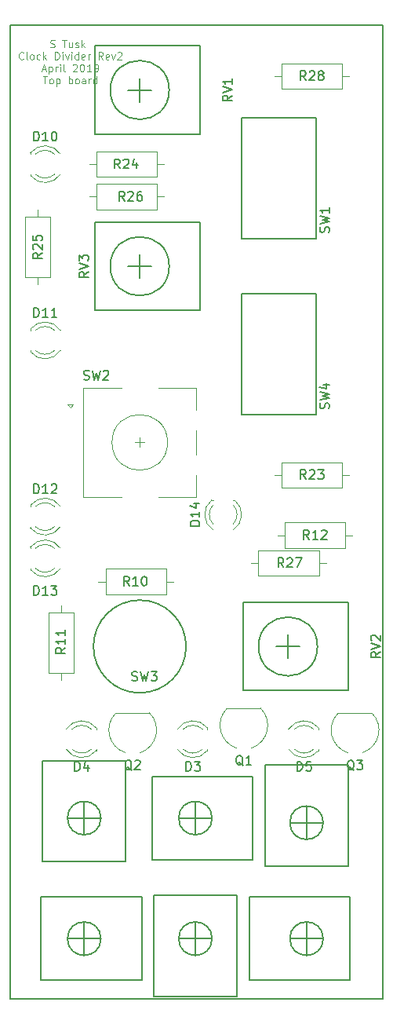
<source format=gbr>
%TF.GenerationSoftware,KiCad,Pcbnew,(5.0.1)-3*%
%TF.CreationDate,2019-04-27T14:05:43+01:00*%
%TF.ProjectId,Fractional clock divider top board,4672616374696F6E616C20636C6F636B,rev?*%
%TF.SameCoordinates,Original*%
%TF.FileFunction,Legend,Top*%
%TF.FilePolarity,Positive*%
%FSLAX46Y46*%
G04 Gerber Fmt 4.6, Leading zero omitted, Abs format (unit mm)*
G04 Created by KiCad (PCBNEW (5.0.1)-3) date 27/04/2019 14:05:43*
%MOMM*%
%LPD*%
G01*
G04 APERTURE LIST*
%ADD10C,0.100000*%
%ADD11C,0.150000*%
%ADD12C,0.120000*%
G04 APERTURE END LIST*
D10*
X19347619Y-17373809D02*
X19461904Y-17411904D01*
X19652380Y-17411904D01*
X19728571Y-17373809D01*
X19766666Y-17335714D01*
X19804761Y-17259523D01*
X19804761Y-17183333D01*
X19766666Y-17107142D01*
X19728571Y-17069047D01*
X19652380Y-17030952D01*
X19500000Y-16992857D01*
X19423809Y-16954761D01*
X19385714Y-16916666D01*
X19347619Y-16840476D01*
X19347619Y-16764285D01*
X19385714Y-16688095D01*
X19423809Y-16650000D01*
X19500000Y-16611904D01*
X19690476Y-16611904D01*
X19804761Y-16650000D01*
X20642857Y-16611904D02*
X21100000Y-16611904D01*
X20871428Y-17411904D02*
X20871428Y-16611904D01*
X21709523Y-16878571D02*
X21709523Y-17411904D01*
X21366666Y-16878571D02*
X21366666Y-17297619D01*
X21404761Y-17373809D01*
X21480952Y-17411904D01*
X21595238Y-17411904D01*
X21671428Y-17373809D01*
X21709523Y-17335714D01*
X22052380Y-17373809D02*
X22128571Y-17411904D01*
X22280952Y-17411904D01*
X22357142Y-17373809D01*
X22395238Y-17297619D01*
X22395238Y-17259523D01*
X22357142Y-17183333D01*
X22280952Y-17145238D01*
X22166666Y-17145238D01*
X22090476Y-17107142D01*
X22052380Y-17030952D01*
X22052380Y-16992857D01*
X22090476Y-16916666D01*
X22166666Y-16878571D01*
X22280952Y-16878571D01*
X22357142Y-16916666D01*
X22738095Y-17411904D02*
X22738095Y-16611904D01*
X22814285Y-17107142D02*
X23042857Y-17411904D01*
X23042857Y-16878571D02*
X22738095Y-17183333D01*
X16433333Y-18635714D02*
X16395238Y-18673809D01*
X16280952Y-18711904D01*
X16204761Y-18711904D01*
X16090476Y-18673809D01*
X16014285Y-18597619D01*
X15976190Y-18521428D01*
X15938095Y-18369047D01*
X15938095Y-18254761D01*
X15976190Y-18102380D01*
X16014285Y-18026190D01*
X16090476Y-17950000D01*
X16204761Y-17911904D01*
X16280952Y-17911904D01*
X16395238Y-17950000D01*
X16433333Y-17988095D01*
X16890476Y-18711904D02*
X16814285Y-18673809D01*
X16776190Y-18597619D01*
X16776190Y-17911904D01*
X17309523Y-18711904D02*
X17233333Y-18673809D01*
X17195238Y-18635714D01*
X17157142Y-18559523D01*
X17157142Y-18330952D01*
X17195238Y-18254761D01*
X17233333Y-18216666D01*
X17309523Y-18178571D01*
X17423809Y-18178571D01*
X17499999Y-18216666D01*
X17538095Y-18254761D01*
X17576190Y-18330952D01*
X17576190Y-18559523D01*
X17538095Y-18635714D01*
X17499999Y-18673809D01*
X17423809Y-18711904D01*
X17309523Y-18711904D01*
X18261904Y-18673809D02*
X18185714Y-18711904D01*
X18033333Y-18711904D01*
X17957142Y-18673809D01*
X17919047Y-18635714D01*
X17880952Y-18559523D01*
X17880952Y-18330952D01*
X17919047Y-18254761D01*
X17957142Y-18216666D01*
X18033333Y-18178571D01*
X18185714Y-18178571D01*
X18261904Y-18216666D01*
X18604761Y-18711904D02*
X18604761Y-17911904D01*
X18680952Y-18407142D02*
X18909523Y-18711904D01*
X18909523Y-18178571D02*
X18604761Y-18483333D01*
X19861904Y-18711904D02*
X19861904Y-17911904D01*
X20052380Y-17911904D01*
X20166666Y-17950000D01*
X20242857Y-18026190D01*
X20280952Y-18102380D01*
X20319047Y-18254761D01*
X20319047Y-18369047D01*
X20280952Y-18521428D01*
X20242857Y-18597619D01*
X20166666Y-18673809D01*
X20052380Y-18711904D01*
X19861904Y-18711904D01*
X20661904Y-18711904D02*
X20661904Y-18178571D01*
X20661904Y-17911904D02*
X20623809Y-17950000D01*
X20661904Y-17988095D01*
X20699999Y-17950000D01*
X20661904Y-17911904D01*
X20661904Y-17988095D01*
X20966666Y-18178571D02*
X21157142Y-18711904D01*
X21347619Y-18178571D01*
X21652380Y-18711904D02*
X21652380Y-18178571D01*
X21652380Y-17911904D02*
X21614285Y-17950000D01*
X21652380Y-17988095D01*
X21690476Y-17950000D01*
X21652380Y-17911904D01*
X21652380Y-17988095D01*
X22376190Y-18711904D02*
X22376190Y-17911904D01*
X22376190Y-18673809D02*
X22299999Y-18711904D01*
X22147619Y-18711904D01*
X22071428Y-18673809D01*
X22033333Y-18635714D01*
X21995238Y-18559523D01*
X21995238Y-18330952D01*
X22033333Y-18254761D01*
X22071428Y-18216666D01*
X22147619Y-18178571D01*
X22299999Y-18178571D01*
X22376190Y-18216666D01*
X23061904Y-18673809D02*
X22985714Y-18711904D01*
X22833333Y-18711904D01*
X22757142Y-18673809D01*
X22719047Y-18597619D01*
X22719047Y-18292857D01*
X22757142Y-18216666D01*
X22833333Y-18178571D01*
X22985714Y-18178571D01*
X23061904Y-18216666D01*
X23099999Y-18292857D01*
X23099999Y-18369047D01*
X22719047Y-18445238D01*
X23442857Y-18711904D02*
X23442857Y-18178571D01*
X23442857Y-18330952D02*
X23480952Y-18254761D01*
X23519047Y-18216666D01*
X23595238Y-18178571D01*
X23671428Y-18178571D01*
X25004761Y-18711904D02*
X24738095Y-18330952D01*
X24547619Y-18711904D02*
X24547619Y-17911904D01*
X24852380Y-17911904D01*
X24928571Y-17950000D01*
X24966666Y-17988095D01*
X25004761Y-18064285D01*
X25004761Y-18178571D01*
X24966666Y-18254761D01*
X24928571Y-18292857D01*
X24852380Y-18330952D01*
X24547619Y-18330952D01*
X25652380Y-18673809D02*
X25576190Y-18711904D01*
X25423809Y-18711904D01*
X25347619Y-18673809D01*
X25309523Y-18597619D01*
X25309523Y-18292857D01*
X25347619Y-18216666D01*
X25423809Y-18178571D01*
X25576190Y-18178571D01*
X25652380Y-18216666D01*
X25690476Y-18292857D01*
X25690476Y-18369047D01*
X25309523Y-18445238D01*
X25957142Y-18178571D02*
X26147619Y-18711904D01*
X26338095Y-18178571D01*
X26604761Y-17988095D02*
X26642857Y-17950000D01*
X26719047Y-17911904D01*
X26909523Y-17911904D01*
X26985714Y-17950000D01*
X27023809Y-17988095D01*
X27061904Y-18064285D01*
X27061904Y-18140476D01*
X27023809Y-18254761D01*
X26566666Y-18711904D01*
X27061904Y-18711904D01*
X18471428Y-19783333D02*
X18852380Y-19783333D01*
X18395238Y-20011904D02*
X18661904Y-19211904D01*
X18928571Y-20011904D01*
X19195238Y-19478571D02*
X19195238Y-20278571D01*
X19195238Y-19516666D02*
X19271428Y-19478571D01*
X19423809Y-19478571D01*
X19500000Y-19516666D01*
X19538095Y-19554761D01*
X19576190Y-19630952D01*
X19576190Y-19859523D01*
X19538095Y-19935714D01*
X19500000Y-19973809D01*
X19423809Y-20011904D01*
X19271428Y-20011904D01*
X19195238Y-19973809D01*
X19919047Y-20011904D02*
X19919047Y-19478571D01*
X19919047Y-19630952D02*
X19957142Y-19554761D01*
X19995238Y-19516666D01*
X20071428Y-19478571D01*
X20147619Y-19478571D01*
X20414285Y-20011904D02*
X20414285Y-19478571D01*
X20414285Y-19211904D02*
X20376190Y-19250000D01*
X20414285Y-19288095D01*
X20452380Y-19250000D01*
X20414285Y-19211904D01*
X20414285Y-19288095D01*
X20909523Y-20011904D02*
X20833333Y-19973809D01*
X20795238Y-19897619D01*
X20795238Y-19211904D01*
X21785714Y-19288095D02*
X21823809Y-19250000D01*
X21900000Y-19211904D01*
X22090476Y-19211904D01*
X22166666Y-19250000D01*
X22204761Y-19288095D01*
X22242857Y-19364285D01*
X22242857Y-19440476D01*
X22204761Y-19554761D01*
X21747619Y-20011904D01*
X22242857Y-20011904D01*
X22738095Y-19211904D02*
X22814285Y-19211904D01*
X22890476Y-19250000D01*
X22928571Y-19288095D01*
X22966666Y-19364285D01*
X23004761Y-19516666D01*
X23004761Y-19707142D01*
X22966666Y-19859523D01*
X22928571Y-19935714D01*
X22890476Y-19973809D01*
X22814285Y-20011904D01*
X22738095Y-20011904D01*
X22661904Y-19973809D01*
X22623809Y-19935714D01*
X22585714Y-19859523D01*
X22547619Y-19707142D01*
X22547619Y-19516666D01*
X22585714Y-19364285D01*
X22623809Y-19288095D01*
X22661904Y-19250000D01*
X22738095Y-19211904D01*
X23766666Y-20011904D02*
X23309523Y-20011904D01*
X23538095Y-20011904D02*
X23538095Y-19211904D01*
X23461904Y-19326190D01*
X23385714Y-19402380D01*
X23309523Y-19440476D01*
X24147619Y-20011904D02*
X24300000Y-20011904D01*
X24376190Y-19973809D01*
X24414285Y-19935714D01*
X24490476Y-19821428D01*
X24528571Y-19669047D01*
X24528571Y-19364285D01*
X24490476Y-19288095D01*
X24452380Y-19250000D01*
X24376190Y-19211904D01*
X24223809Y-19211904D01*
X24147619Y-19250000D01*
X24109523Y-19288095D01*
X24071428Y-19364285D01*
X24071428Y-19554761D01*
X24109523Y-19630952D01*
X24147619Y-19669047D01*
X24223809Y-19707142D01*
X24376190Y-19707142D01*
X24452380Y-19669047D01*
X24490476Y-19630952D01*
X24528571Y-19554761D01*
X18547619Y-20511904D02*
X19004761Y-20511904D01*
X18776190Y-21311904D02*
X18776190Y-20511904D01*
X19385714Y-21311904D02*
X19309523Y-21273809D01*
X19271428Y-21235714D01*
X19233333Y-21159523D01*
X19233333Y-20930952D01*
X19271428Y-20854761D01*
X19309523Y-20816666D01*
X19385714Y-20778571D01*
X19500000Y-20778571D01*
X19576190Y-20816666D01*
X19614285Y-20854761D01*
X19652380Y-20930952D01*
X19652380Y-21159523D01*
X19614285Y-21235714D01*
X19576190Y-21273809D01*
X19500000Y-21311904D01*
X19385714Y-21311904D01*
X19995238Y-20778571D02*
X19995238Y-21578571D01*
X19995238Y-20816666D02*
X20071428Y-20778571D01*
X20223809Y-20778571D01*
X20300000Y-20816666D01*
X20338095Y-20854761D01*
X20376190Y-20930952D01*
X20376190Y-21159523D01*
X20338095Y-21235714D01*
X20300000Y-21273809D01*
X20223809Y-21311904D01*
X20071428Y-21311904D01*
X19995238Y-21273809D01*
X21328571Y-21311904D02*
X21328571Y-20511904D01*
X21328571Y-20816666D02*
X21404761Y-20778571D01*
X21557142Y-20778571D01*
X21633333Y-20816666D01*
X21671428Y-20854761D01*
X21709523Y-20930952D01*
X21709523Y-21159523D01*
X21671428Y-21235714D01*
X21633333Y-21273809D01*
X21557142Y-21311904D01*
X21404761Y-21311904D01*
X21328571Y-21273809D01*
X22166666Y-21311904D02*
X22090476Y-21273809D01*
X22052380Y-21235714D01*
X22014285Y-21159523D01*
X22014285Y-20930952D01*
X22052380Y-20854761D01*
X22090476Y-20816666D01*
X22166666Y-20778571D01*
X22280952Y-20778571D01*
X22357142Y-20816666D01*
X22395238Y-20854761D01*
X22433333Y-20930952D01*
X22433333Y-21159523D01*
X22395238Y-21235714D01*
X22357142Y-21273809D01*
X22280952Y-21311904D01*
X22166666Y-21311904D01*
X23119047Y-21311904D02*
X23119047Y-20892857D01*
X23080952Y-20816666D01*
X23004761Y-20778571D01*
X22852380Y-20778571D01*
X22776190Y-20816666D01*
X23119047Y-21273809D02*
X23042857Y-21311904D01*
X22852380Y-21311904D01*
X22776190Y-21273809D01*
X22738095Y-21197619D01*
X22738095Y-21121428D01*
X22776190Y-21045238D01*
X22852380Y-21007142D01*
X23042857Y-21007142D01*
X23119047Y-20969047D01*
X23500000Y-21311904D02*
X23500000Y-20778571D01*
X23500000Y-20930952D02*
X23538095Y-20854761D01*
X23576190Y-20816666D01*
X23652380Y-20778571D01*
X23728571Y-20778571D01*
X24338095Y-21311904D02*
X24338095Y-20511904D01*
X24338095Y-21273809D02*
X24261904Y-21311904D01*
X24109523Y-21311904D01*
X24033333Y-21273809D01*
X23995238Y-21235714D01*
X23957142Y-21159523D01*
X23957142Y-20930952D01*
X23995238Y-20854761D01*
X24033333Y-20816666D01*
X24109523Y-20778571D01*
X24261904Y-20778571D01*
X24338095Y-20816666D01*
D11*
X55250000Y-15000000D02*
X55250000Y-120000000D01*
X15000000Y-15000000D02*
X55250000Y-15000000D01*
X15000000Y-120000000D02*
X55250000Y-120000000D01*
X15000000Y-15000000D02*
X15000000Y-120000000D01*
X47000000Y-115300000D02*
X47000000Y-111700000D01*
X45200000Y-113500000D02*
X48800000Y-113500000D01*
X48800000Y-113500000D02*
G75*
G03X48800000Y-113500000I-1800000J0D01*
G01*
X40800000Y-109000000D02*
X51700000Y-109000000D01*
X40800000Y-118000000D02*
X51700000Y-118000000D01*
X51700000Y-118000000D02*
X51700000Y-109000000D01*
X40800000Y-118000000D02*
X40800000Y-109000000D01*
X36800000Y-113500000D02*
X33200000Y-113500000D01*
X35000000Y-115300000D02*
X35000000Y-111700000D01*
X36800000Y-113500000D02*
G75*
G03X36800000Y-113500000I-1800000J0D01*
G01*
X30500000Y-119700000D02*
X30500000Y-108800000D01*
X39500000Y-119700000D02*
X39500000Y-108800000D01*
X39500000Y-108800000D02*
X30500000Y-108800000D01*
X39500000Y-119700000D02*
X30500000Y-119700000D01*
X23000000Y-111700000D02*
X23000000Y-115300000D01*
X24800000Y-113500000D02*
X21200000Y-113500000D01*
X24800000Y-113500000D02*
G75*
G03X24800000Y-113500000I-1800000J0D01*
G01*
X29200000Y-118000000D02*
X18300000Y-118000000D01*
X29200000Y-109000000D02*
X18300000Y-109000000D01*
X18300000Y-109000000D02*
X18300000Y-118000000D01*
X29200000Y-109000000D02*
X29200000Y-118000000D01*
X45200000Y-101000000D02*
X48800000Y-101000000D01*
X47000000Y-99200000D02*
X47000000Y-102800000D01*
X48800000Y-101000000D02*
G75*
G03X48800000Y-101000000I-1800000J0D01*
G01*
X51500000Y-94800000D02*
X51500000Y-105700000D01*
X42500000Y-94800000D02*
X42500000Y-105700000D01*
X42500000Y-105700000D02*
X51500000Y-105700000D01*
X42500000Y-94800000D02*
X51500000Y-94800000D01*
X35000000Y-98700000D02*
X35000000Y-102300000D01*
X36800000Y-100500000D02*
X33200000Y-100500000D01*
X36800000Y-100500000D02*
G75*
G03X36800000Y-100500000I-1800000J0D01*
G01*
X41200000Y-105000000D02*
X30300000Y-105000000D01*
X41200000Y-96000000D02*
X30300000Y-96000000D01*
X30300000Y-96000000D02*
X30300000Y-105000000D01*
X41200000Y-96000000D02*
X41200000Y-105000000D01*
X21200000Y-100500000D02*
X24800000Y-100500000D01*
X23000000Y-98700000D02*
X23000000Y-102300000D01*
X24800000Y-100500000D02*
G75*
G03X24800000Y-100500000I-1800000J0D01*
G01*
X27500000Y-94300000D02*
X27500000Y-105200000D01*
X18500000Y-94300000D02*
X18500000Y-105200000D01*
X18500000Y-105200000D02*
X27500000Y-105200000D01*
X18500000Y-94300000D02*
X27500000Y-94300000D01*
D12*
X50421555Y-89172316D02*
G75*
G03X51450000Y-93450000I1808445J-1827684D01*
G01*
X54041453Y-89157844D02*
G75*
G02X53050000Y-93450000I-1811453J-1842156D01*
G01*
X54030000Y-89150000D02*
X50430000Y-89150000D01*
X38421555Y-88672316D02*
G75*
G03X39450000Y-92950000I1808445J-1827684D01*
G01*
X42041453Y-88657844D02*
G75*
G02X41050000Y-92950000I-1811453J-1842156D01*
G01*
X42030000Y-88650000D02*
X38430000Y-88650000D01*
X26421555Y-89172316D02*
G75*
G03X27450000Y-93450000I1808445J-1827684D01*
G01*
X30041453Y-89157844D02*
G75*
G02X29050000Y-93450000I-1811453J-1842156D01*
G01*
X30030000Y-89150000D02*
X26430000Y-89150000D01*
D11*
X24150000Y-26750000D02*
X24150000Y-17250000D01*
X35500000Y-26750000D02*
X35500000Y-17250000D01*
X24150000Y-17250000D02*
X35500000Y-17250000D01*
X24150000Y-26750000D02*
X35500000Y-26750000D01*
X32175000Y-22000000D02*
G75*
G03X32175000Y-22000000I-3175000J0D01*
G01*
X27730000Y-22000000D02*
X30270000Y-22000000D01*
X29000000Y-23270000D02*
X29000000Y-20730000D01*
X40150000Y-86750000D02*
X40150000Y-77250000D01*
X51500000Y-86750000D02*
X51500000Y-77250000D01*
X40150000Y-77250000D02*
X51500000Y-77250000D01*
X40150000Y-86750000D02*
X51500000Y-86750000D01*
X48175000Y-82000000D02*
G75*
G03X48175000Y-82000000I-3175000J0D01*
G01*
X43730000Y-82000000D02*
X46270000Y-82000000D01*
X45000000Y-83270000D02*
X45000000Y-80730000D01*
X24150000Y-45750000D02*
X24150000Y-36250000D01*
X35500000Y-45750000D02*
X35500000Y-36250000D01*
X24150000Y-36250000D02*
X35500000Y-36250000D01*
X24150000Y-45750000D02*
X35500000Y-45750000D01*
X32175000Y-41000000D02*
G75*
G03X32175000Y-41000000I-3175000J0D01*
G01*
X27730000Y-41000000D02*
X30270000Y-41000000D01*
X29000000Y-42270000D02*
X29000000Y-39730000D01*
D12*
X41810000Y-71630000D02*
X41810000Y-74370000D01*
X41810000Y-74370000D02*
X48350000Y-74370000D01*
X48350000Y-74370000D02*
X48350000Y-71630000D01*
X48350000Y-71630000D02*
X41810000Y-71630000D01*
X41040000Y-73000000D02*
X41810000Y-73000000D01*
X49120000Y-73000000D02*
X48350000Y-73000000D01*
X36290000Y-90920000D02*
X36290000Y-90764000D01*
X36290000Y-93236000D02*
X36290000Y-93080000D01*
X33688870Y-90920163D02*
G75*
G02X35770961Y-90920000I1041130J-1079837D01*
G01*
X33688870Y-93079837D02*
G75*
G03X35770961Y-93080000I1041130J1079837D01*
G01*
X33057665Y-90921392D02*
G75*
G02X36290000Y-90764484I1672335J-1078608D01*
G01*
X33057665Y-93078608D02*
G75*
G03X36290000Y-93235516I1672335J1078608D01*
G01*
X21057665Y-93078608D02*
G75*
G03X24290000Y-93235516I1672335J1078608D01*
G01*
X21057665Y-90921392D02*
G75*
G02X24290000Y-90764484I1672335J-1078608D01*
G01*
X21688870Y-93079837D02*
G75*
G03X23770961Y-93080000I1041130J1079837D01*
G01*
X21688870Y-90920163D02*
G75*
G02X23770961Y-90920000I1041130J-1079837D01*
G01*
X24290000Y-93236000D02*
X24290000Y-93080000D01*
X24290000Y-90920000D02*
X24290000Y-90764000D01*
X48290000Y-90920000D02*
X48290000Y-90764000D01*
X48290000Y-93236000D02*
X48290000Y-93080000D01*
X45688870Y-90920163D02*
G75*
G02X47770961Y-90920000I1041130J-1079837D01*
G01*
X45688870Y-93079837D02*
G75*
G03X47770961Y-93080000I1041130J1079837D01*
G01*
X45057665Y-90921392D02*
G75*
G02X48290000Y-90764484I1672335J-1078608D01*
G01*
X45057665Y-93078608D02*
G75*
G03X48290000Y-93235516I1672335J1078608D01*
G01*
X20442335Y-28921392D02*
G75*
G03X17210000Y-28764484I-1672335J-1078608D01*
G01*
X20442335Y-31078608D02*
G75*
G02X17210000Y-31235516I-1672335J1078608D01*
G01*
X19811130Y-28920163D02*
G75*
G03X17729039Y-28920000I-1041130J-1079837D01*
G01*
X19811130Y-31079837D02*
G75*
G02X17729039Y-31080000I-1041130J1079837D01*
G01*
X17210000Y-28764000D02*
X17210000Y-28920000D01*
X17210000Y-31080000D02*
X17210000Y-31236000D01*
X17210000Y-50080000D02*
X17210000Y-50236000D01*
X17210000Y-47764000D02*
X17210000Y-47920000D01*
X19811130Y-50079837D02*
G75*
G02X17729039Y-50080000I-1041130J1079837D01*
G01*
X19811130Y-47920163D02*
G75*
G03X17729039Y-47920000I-1041130J-1079837D01*
G01*
X20442335Y-50078608D02*
G75*
G02X17210000Y-50235516I-1672335J1078608D01*
G01*
X20442335Y-47921392D02*
G75*
G03X17210000Y-47764484I-1672335J-1078608D01*
G01*
X20442335Y-66921392D02*
G75*
G03X17210000Y-66764484I-1672335J-1078608D01*
G01*
X20442335Y-69078608D02*
G75*
G02X17210000Y-69235516I-1672335J1078608D01*
G01*
X19811130Y-66920163D02*
G75*
G03X17729039Y-66920000I-1041130J-1079837D01*
G01*
X19811130Y-69079837D02*
G75*
G02X17729039Y-69080000I-1041130J1079837D01*
G01*
X17210000Y-66764000D02*
X17210000Y-66920000D01*
X17210000Y-69080000D02*
X17210000Y-69236000D01*
X20442335Y-71421392D02*
G75*
G03X17210000Y-71264484I-1672335J-1078608D01*
G01*
X20442335Y-73578608D02*
G75*
G02X17210000Y-73735516I-1672335J1078608D01*
G01*
X19811130Y-71420163D02*
G75*
G03X17729039Y-71420000I-1041130J-1079837D01*
G01*
X19811130Y-73579837D02*
G75*
G02X17729039Y-73580000I-1041130J1079837D01*
G01*
X17210000Y-71264000D02*
X17210000Y-71420000D01*
X17210000Y-73580000D02*
X17210000Y-73736000D01*
X36920000Y-66210000D02*
X36764000Y-66210000D01*
X39236000Y-66210000D02*
X39080000Y-66210000D01*
X36920163Y-68811130D02*
G75*
G02X36920000Y-66729039I1079837J1041130D01*
G01*
X39079837Y-68811130D02*
G75*
G03X39080000Y-66729039I-1079837J1041130D01*
G01*
X36921392Y-69442335D02*
G75*
G02X36764484Y-66210000I1078608J1672335D01*
G01*
X39078608Y-69442335D02*
G75*
G03X39235516Y-66210000I-1078608J1672335D01*
G01*
X32620000Y-75000000D02*
X31850000Y-75000000D01*
X24540000Y-75000000D02*
X25310000Y-75000000D01*
X31850000Y-73630000D02*
X25310000Y-73630000D01*
X31850000Y-76370000D02*
X31850000Y-73630000D01*
X25310000Y-76370000D02*
X31850000Y-76370000D01*
X25310000Y-73630000D02*
X25310000Y-76370000D01*
X21870000Y-78310000D02*
X19130000Y-78310000D01*
X19130000Y-78310000D02*
X19130000Y-84850000D01*
X19130000Y-84850000D02*
X21870000Y-84850000D01*
X21870000Y-84850000D02*
X21870000Y-78310000D01*
X20500000Y-77540000D02*
X20500000Y-78310000D01*
X20500000Y-85620000D02*
X20500000Y-84850000D01*
X43880000Y-70000000D02*
X44650000Y-70000000D01*
X51960000Y-70000000D02*
X51190000Y-70000000D01*
X44650000Y-71370000D02*
X51190000Y-71370000D01*
X44650000Y-68630000D02*
X44650000Y-71370000D01*
X51190000Y-68630000D02*
X44650000Y-68630000D01*
X51190000Y-71370000D02*
X51190000Y-68630000D01*
X51620000Y-63500000D02*
X50850000Y-63500000D01*
X43540000Y-63500000D02*
X44310000Y-63500000D01*
X50850000Y-62130000D02*
X44310000Y-62130000D01*
X50850000Y-64870000D02*
X50850000Y-62130000D01*
X44310000Y-64870000D02*
X50850000Y-64870000D01*
X44310000Y-62130000D02*
X44310000Y-64870000D01*
X31620000Y-30000000D02*
X30850000Y-30000000D01*
X23540000Y-30000000D02*
X24310000Y-30000000D01*
X30850000Y-28630000D02*
X24310000Y-28630000D01*
X30850000Y-31370000D02*
X30850000Y-28630000D01*
X24310000Y-31370000D02*
X30850000Y-31370000D01*
X24310000Y-28630000D02*
X24310000Y-31370000D01*
X16630000Y-42190000D02*
X19370000Y-42190000D01*
X19370000Y-42190000D02*
X19370000Y-35650000D01*
X19370000Y-35650000D02*
X16630000Y-35650000D01*
X16630000Y-35650000D02*
X16630000Y-42190000D01*
X18000000Y-42960000D02*
X18000000Y-42190000D01*
X18000000Y-34880000D02*
X18000000Y-35650000D01*
X31620000Y-33500000D02*
X30850000Y-33500000D01*
X23540000Y-33500000D02*
X24310000Y-33500000D01*
X30850000Y-32130000D02*
X24310000Y-32130000D01*
X30850000Y-34870000D02*
X30850000Y-32130000D01*
X24310000Y-34870000D02*
X30850000Y-34870000D01*
X24310000Y-32130000D02*
X24310000Y-34870000D01*
X44310000Y-19130000D02*
X44310000Y-21870000D01*
X44310000Y-21870000D02*
X50850000Y-21870000D01*
X50850000Y-21870000D02*
X50850000Y-19130000D01*
X50850000Y-19130000D02*
X44310000Y-19130000D01*
X43540000Y-20500000D02*
X44310000Y-20500000D01*
X51620000Y-20500000D02*
X50850000Y-20500000D01*
D11*
X48000000Y-38000000D02*
X40000000Y-38000000D01*
X48000000Y-25000000D02*
X48000000Y-38000000D01*
X40000000Y-25000000D02*
X48000000Y-25000000D01*
X40000000Y-38000000D02*
X40000000Y-25000000D01*
D12*
X32000000Y-60000000D02*
G75*
G03X32000000Y-60000000I-3000000J0D01*
G01*
X31000000Y-54100000D02*
X35100000Y-54100000D01*
X35100000Y-65900000D02*
X31000000Y-65900000D01*
X27000000Y-65900000D02*
X22900000Y-65900000D01*
X27000000Y-54100000D02*
X22900000Y-54100000D01*
X22900000Y-54100000D02*
X22900000Y-65900000D01*
X21500000Y-56200000D02*
X21200000Y-55900000D01*
X21200000Y-55900000D02*
X21800000Y-55900000D01*
X21800000Y-55900000D02*
X21500000Y-56200000D01*
X35100000Y-54100000D02*
X35100000Y-56500000D01*
X35100000Y-58700000D02*
X35100000Y-61300000D01*
X35100000Y-63500000D02*
X35100000Y-65900000D01*
X29000000Y-59500000D02*
X29000000Y-60500000D01*
X28500000Y-60000000D02*
X29500000Y-60000000D01*
D11*
X34000000Y-82000000D02*
G75*
G03X34000000Y-82000000I-5000000J0D01*
G01*
X40000000Y-57000000D02*
X40000000Y-44000000D01*
X40000000Y-44000000D02*
X48000000Y-44000000D01*
X48000000Y-44000000D02*
X48000000Y-57000000D01*
X48000000Y-57000000D02*
X40000000Y-57000000D01*
X52134761Y-95347619D02*
X52039523Y-95300000D01*
X51944285Y-95204761D01*
X51801428Y-95061904D01*
X51706190Y-95014285D01*
X51610952Y-95014285D01*
X51658571Y-95252380D02*
X51563333Y-95204761D01*
X51468095Y-95109523D01*
X51420476Y-94919047D01*
X51420476Y-94585714D01*
X51468095Y-94395238D01*
X51563333Y-94300000D01*
X51658571Y-94252380D01*
X51849047Y-94252380D01*
X51944285Y-94300000D01*
X52039523Y-94395238D01*
X52087142Y-94585714D01*
X52087142Y-94919047D01*
X52039523Y-95109523D01*
X51944285Y-95204761D01*
X51849047Y-95252380D01*
X51658571Y-95252380D01*
X52420476Y-94252380D02*
X53039523Y-94252380D01*
X52706190Y-94633333D01*
X52849047Y-94633333D01*
X52944285Y-94680952D01*
X52991904Y-94728571D01*
X53039523Y-94823809D01*
X53039523Y-95061904D01*
X52991904Y-95157142D01*
X52944285Y-95204761D01*
X52849047Y-95252380D01*
X52563333Y-95252380D01*
X52468095Y-95204761D01*
X52420476Y-95157142D01*
X40134761Y-94847619D02*
X40039523Y-94800000D01*
X39944285Y-94704761D01*
X39801428Y-94561904D01*
X39706190Y-94514285D01*
X39610952Y-94514285D01*
X39658571Y-94752380D02*
X39563333Y-94704761D01*
X39468095Y-94609523D01*
X39420476Y-94419047D01*
X39420476Y-94085714D01*
X39468095Y-93895238D01*
X39563333Y-93800000D01*
X39658571Y-93752380D01*
X39849047Y-93752380D01*
X39944285Y-93800000D01*
X40039523Y-93895238D01*
X40087142Y-94085714D01*
X40087142Y-94419047D01*
X40039523Y-94609523D01*
X39944285Y-94704761D01*
X39849047Y-94752380D01*
X39658571Y-94752380D01*
X41039523Y-94752380D02*
X40468095Y-94752380D01*
X40753809Y-94752380D02*
X40753809Y-93752380D01*
X40658571Y-93895238D01*
X40563333Y-93990476D01*
X40468095Y-94038095D01*
X28134761Y-95347619D02*
X28039523Y-95300000D01*
X27944285Y-95204761D01*
X27801428Y-95061904D01*
X27706190Y-95014285D01*
X27610952Y-95014285D01*
X27658571Y-95252380D02*
X27563333Y-95204761D01*
X27468095Y-95109523D01*
X27420476Y-94919047D01*
X27420476Y-94585714D01*
X27468095Y-94395238D01*
X27563333Y-94300000D01*
X27658571Y-94252380D01*
X27849047Y-94252380D01*
X27944285Y-94300000D01*
X28039523Y-94395238D01*
X28087142Y-94585714D01*
X28087142Y-94919047D01*
X28039523Y-95109523D01*
X27944285Y-95204761D01*
X27849047Y-95252380D01*
X27658571Y-95252380D01*
X28468095Y-94347619D02*
X28515714Y-94300000D01*
X28610952Y-94252380D01*
X28849047Y-94252380D01*
X28944285Y-94300000D01*
X28991904Y-94347619D01*
X29039523Y-94442857D01*
X29039523Y-94538095D01*
X28991904Y-94680952D01*
X28420476Y-95252380D01*
X29039523Y-95252380D01*
X38952380Y-22595238D02*
X38476190Y-22928571D01*
X38952380Y-23166666D02*
X37952380Y-23166666D01*
X37952380Y-22785714D01*
X38000000Y-22690476D01*
X38047619Y-22642857D01*
X38142857Y-22595238D01*
X38285714Y-22595238D01*
X38380952Y-22642857D01*
X38428571Y-22690476D01*
X38476190Y-22785714D01*
X38476190Y-23166666D01*
X37952380Y-22309523D02*
X38952380Y-21976190D01*
X37952380Y-21642857D01*
X38952380Y-20785714D02*
X38952380Y-21357142D01*
X38952380Y-21071428D02*
X37952380Y-21071428D01*
X38095238Y-21166666D01*
X38190476Y-21261904D01*
X38238095Y-21357142D01*
X54952380Y-82595238D02*
X54476190Y-82928571D01*
X54952380Y-83166666D02*
X53952380Y-83166666D01*
X53952380Y-82785714D01*
X54000000Y-82690476D01*
X54047619Y-82642857D01*
X54142857Y-82595238D01*
X54285714Y-82595238D01*
X54380952Y-82642857D01*
X54428571Y-82690476D01*
X54476190Y-82785714D01*
X54476190Y-83166666D01*
X53952380Y-82309523D02*
X54952380Y-81976190D01*
X53952380Y-81642857D01*
X54047619Y-81357142D02*
X54000000Y-81309523D01*
X53952380Y-81214285D01*
X53952380Y-80976190D01*
X54000000Y-80880952D01*
X54047619Y-80833333D01*
X54142857Y-80785714D01*
X54238095Y-80785714D01*
X54380952Y-80833333D01*
X54952380Y-81404761D01*
X54952380Y-80785714D01*
X23452380Y-41595238D02*
X22976190Y-41928571D01*
X23452380Y-42166666D02*
X22452380Y-42166666D01*
X22452380Y-41785714D01*
X22500000Y-41690476D01*
X22547619Y-41642857D01*
X22642857Y-41595238D01*
X22785714Y-41595238D01*
X22880952Y-41642857D01*
X22928571Y-41690476D01*
X22976190Y-41785714D01*
X22976190Y-42166666D01*
X22452380Y-41309523D02*
X23452380Y-40976190D01*
X22452380Y-40642857D01*
X22452380Y-40404761D02*
X22452380Y-39785714D01*
X22833333Y-40119047D01*
X22833333Y-39976190D01*
X22880952Y-39880952D01*
X22928571Y-39833333D01*
X23023809Y-39785714D01*
X23261904Y-39785714D01*
X23357142Y-39833333D01*
X23404761Y-39880952D01*
X23452380Y-39976190D01*
X23452380Y-40261904D01*
X23404761Y-40357142D01*
X23357142Y-40404761D01*
X44517142Y-73452380D02*
X44183809Y-72976190D01*
X43945714Y-73452380D02*
X43945714Y-72452380D01*
X44326666Y-72452380D01*
X44421904Y-72500000D01*
X44469523Y-72547619D01*
X44517142Y-72642857D01*
X44517142Y-72785714D01*
X44469523Y-72880952D01*
X44421904Y-72928571D01*
X44326666Y-72976190D01*
X43945714Y-72976190D01*
X44898095Y-72547619D02*
X44945714Y-72500000D01*
X45040952Y-72452380D01*
X45279047Y-72452380D01*
X45374285Y-72500000D01*
X45421904Y-72547619D01*
X45469523Y-72642857D01*
X45469523Y-72738095D01*
X45421904Y-72880952D01*
X44850476Y-73452380D01*
X45469523Y-73452380D01*
X45802857Y-72452380D02*
X46469523Y-72452380D01*
X46040952Y-73452380D01*
X33991904Y-95412380D02*
X33991904Y-94412380D01*
X34230000Y-94412380D01*
X34372857Y-94460000D01*
X34468095Y-94555238D01*
X34515714Y-94650476D01*
X34563333Y-94840952D01*
X34563333Y-94983809D01*
X34515714Y-95174285D01*
X34468095Y-95269523D01*
X34372857Y-95364761D01*
X34230000Y-95412380D01*
X33991904Y-95412380D01*
X34896666Y-94412380D02*
X35515714Y-94412380D01*
X35182380Y-94793333D01*
X35325238Y-94793333D01*
X35420476Y-94840952D01*
X35468095Y-94888571D01*
X35515714Y-94983809D01*
X35515714Y-95221904D01*
X35468095Y-95317142D01*
X35420476Y-95364761D01*
X35325238Y-95412380D01*
X35039523Y-95412380D01*
X34944285Y-95364761D01*
X34896666Y-95317142D01*
X21991904Y-95412380D02*
X21991904Y-94412380D01*
X22230000Y-94412380D01*
X22372857Y-94460000D01*
X22468095Y-94555238D01*
X22515714Y-94650476D01*
X22563333Y-94840952D01*
X22563333Y-94983809D01*
X22515714Y-95174285D01*
X22468095Y-95269523D01*
X22372857Y-95364761D01*
X22230000Y-95412380D01*
X21991904Y-95412380D01*
X23420476Y-94745714D02*
X23420476Y-95412380D01*
X23182380Y-94364761D02*
X22944285Y-95079047D01*
X23563333Y-95079047D01*
X45991904Y-95412380D02*
X45991904Y-94412380D01*
X46230000Y-94412380D01*
X46372857Y-94460000D01*
X46468095Y-94555238D01*
X46515714Y-94650476D01*
X46563333Y-94840952D01*
X46563333Y-94983809D01*
X46515714Y-95174285D01*
X46468095Y-95269523D01*
X46372857Y-95364761D01*
X46230000Y-95412380D01*
X45991904Y-95412380D01*
X47468095Y-94412380D02*
X46991904Y-94412380D01*
X46944285Y-94888571D01*
X46991904Y-94840952D01*
X47087142Y-94793333D01*
X47325238Y-94793333D01*
X47420476Y-94840952D01*
X47468095Y-94888571D01*
X47515714Y-94983809D01*
X47515714Y-95221904D01*
X47468095Y-95317142D01*
X47420476Y-95364761D01*
X47325238Y-95412380D01*
X47087142Y-95412380D01*
X46991904Y-95364761D01*
X46944285Y-95317142D01*
X17555714Y-27492380D02*
X17555714Y-26492380D01*
X17793809Y-26492380D01*
X17936666Y-26540000D01*
X18031904Y-26635238D01*
X18079523Y-26730476D01*
X18127142Y-26920952D01*
X18127142Y-27063809D01*
X18079523Y-27254285D01*
X18031904Y-27349523D01*
X17936666Y-27444761D01*
X17793809Y-27492380D01*
X17555714Y-27492380D01*
X19079523Y-27492380D02*
X18508095Y-27492380D01*
X18793809Y-27492380D02*
X18793809Y-26492380D01*
X18698571Y-26635238D01*
X18603333Y-26730476D01*
X18508095Y-26778095D01*
X19698571Y-26492380D02*
X19793809Y-26492380D01*
X19889047Y-26540000D01*
X19936666Y-26587619D01*
X19984285Y-26682857D01*
X20031904Y-26873333D01*
X20031904Y-27111428D01*
X19984285Y-27301904D01*
X19936666Y-27397142D01*
X19889047Y-27444761D01*
X19793809Y-27492380D01*
X19698571Y-27492380D01*
X19603333Y-27444761D01*
X19555714Y-27397142D01*
X19508095Y-27301904D01*
X19460476Y-27111428D01*
X19460476Y-26873333D01*
X19508095Y-26682857D01*
X19555714Y-26587619D01*
X19603333Y-26540000D01*
X19698571Y-26492380D01*
X17555714Y-46492380D02*
X17555714Y-45492380D01*
X17793809Y-45492380D01*
X17936666Y-45540000D01*
X18031904Y-45635238D01*
X18079523Y-45730476D01*
X18127142Y-45920952D01*
X18127142Y-46063809D01*
X18079523Y-46254285D01*
X18031904Y-46349523D01*
X17936666Y-46444761D01*
X17793809Y-46492380D01*
X17555714Y-46492380D01*
X19079523Y-46492380D02*
X18508095Y-46492380D01*
X18793809Y-46492380D02*
X18793809Y-45492380D01*
X18698571Y-45635238D01*
X18603333Y-45730476D01*
X18508095Y-45778095D01*
X20031904Y-46492380D02*
X19460476Y-46492380D01*
X19746190Y-46492380D02*
X19746190Y-45492380D01*
X19650952Y-45635238D01*
X19555714Y-45730476D01*
X19460476Y-45778095D01*
X17555714Y-65492380D02*
X17555714Y-64492380D01*
X17793809Y-64492380D01*
X17936666Y-64540000D01*
X18031904Y-64635238D01*
X18079523Y-64730476D01*
X18127142Y-64920952D01*
X18127142Y-65063809D01*
X18079523Y-65254285D01*
X18031904Y-65349523D01*
X17936666Y-65444761D01*
X17793809Y-65492380D01*
X17555714Y-65492380D01*
X19079523Y-65492380D02*
X18508095Y-65492380D01*
X18793809Y-65492380D02*
X18793809Y-64492380D01*
X18698571Y-64635238D01*
X18603333Y-64730476D01*
X18508095Y-64778095D01*
X19460476Y-64587619D02*
X19508095Y-64540000D01*
X19603333Y-64492380D01*
X19841428Y-64492380D01*
X19936666Y-64540000D01*
X19984285Y-64587619D01*
X20031904Y-64682857D01*
X20031904Y-64778095D01*
X19984285Y-64920952D01*
X19412857Y-65492380D01*
X20031904Y-65492380D01*
X17555714Y-76452380D02*
X17555714Y-75452380D01*
X17793809Y-75452380D01*
X17936666Y-75500000D01*
X18031904Y-75595238D01*
X18079523Y-75690476D01*
X18127142Y-75880952D01*
X18127142Y-76023809D01*
X18079523Y-76214285D01*
X18031904Y-76309523D01*
X17936666Y-76404761D01*
X17793809Y-76452380D01*
X17555714Y-76452380D01*
X19079523Y-76452380D02*
X18508095Y-76452380D01*
X18793809Y-76452380D02*
X18793809Y-75452380D01*
X18698571Y-75595238D01*
X18603333Y-75690476D01*
X18508095Y-75738095D01*
X19412857Y-75452380D02*
X20031904Y-75452380D01*
X19698571Y-75833333D01*
X19841428Y-75833333D01*
X19936666Y-75880952D01*
X19984285Y-75928571D01*
X20031904Y-76023809D01*
X20031904Y-76261904D01*
X19984285Y-76357142D01*
X19936666Y-76404761D01*
X19841428Y-76452380D01*
X19555714Y-76452380D01*
X19460476Y-76404761D01*
X19412857Y-76357142D01*
X35452380Y-68984285D02*
X34452380Y-68984285D01*
X34452380Y-68746190D01*
X34500000Y-68603333D01*
X34595238Y-68508095D01*
X34690476Y-68460476D01*
X34880952Y-68412857D01*
X35023809Y-68412857D01*
X35214285Y-68460476D01*
X35309523Y-68508095D01*
X35404761Y-68603333D01*
X35452380Y-68746190D01*
X35452380Y-68984285D01*
X35452380Y-67460476D02*
X35452380Y-68031904D01*
X35452380Y-67746190D02*
X34452380Y-67746190D01*
X34595238Y-67841428D01*
X34690476Y-67936666D01*
X34738095Y-68031904D01*
X34785714Y-66603333D02*
X35452380Y-66603333D01*
X34404761Y-66841428D02*
X35119047Y-67079523D01*
X35119047Y-66460476D01*
X27857142Y-75452380D02*
X27523809Y-74976190D01*
X27285714Y-75452380D02*
X27285714Y-74452380D01*
X27666666Y-74452380D01*
X27761904Y-74500000D01*
X27809523Y-74547619D01*
X27857142Y-74642857D01*
X27857142Y-74785714D01*
X27809523Y-74880952D01*
X27761904Y-74928571D01*
X27666666Y-74976190D01*
X27285714Y-74976190D01*
X28809523Y-75452380D02*
X28238095Y-75452380D01*
X28523809Y-75452380D02*
X28523809Y-74452380D01*
X28428571Y-74595238D01*
X28333333Y-74690476D01*
X28238095Y-74738095D01*
X29428571Y-74452380D02*
X29523809Y-74452380D01*
X29619047Y-74500000D01*
X29666666Y-74547619D01*
X29714285Y-74642857D01*
X29761904Y-74833333D01*
X29761904Y-75071428D01*
X29714285Y-75261904D01*
X29666666Y-75357142D01*
X29619047Y-75404761D01*
X29523809Y-75452380D01*
X29428571Y-75452380D01*
X29333333Y-75404761D01*
X29285714Y-75357142D01*
X29238095Y-75261904D01*
X29190476Y-75071428D01*
X29190476Y-74833333D01*
X29238095Y-74642857D01*
X29285714Y-74547619D01*
X29333333Y-74500000D01*
X29428571Y-74452380D01*
X20952380Y-82142857D02*
X20476190Y-82476190D01*
X20952380Y-82714285D02*
X19952380Y-82714285D01*
X19952380Y-82333333D01*
X20000000Y-82238095D01*
X20047619Y-82190476D01*
X20142857Y-82142857D01*
X20285714Y-82142857D01*
X20380952Y-82190476D01*
X20428571Y-82238095D01*
X20476190Y-82333333D01*
X20476190Y-82714285D01*
X20952380Y-81190476D02*
X20952380Y-81761904D01*
X20952380Y-81476190D02*
X19952380Y-81476190D01*
X20095238Y-81571428D01*
X20190476Y-81666666D01*
X20238095Y-81761904D01*
X20952380Y-80238095D02*
X20952380Y-80809523D01*
X20952380Y-80523809D02*
X19952380Y-80523809D01*
X20095238Y-80619047D01*
X20190476Y-80714285D01*
X20238095Y-80809523D01*
X47277142Y-70452380D02*
X46943809Y-69976190D01*
X46705714Y-70452380D02*
X46705714Y-69452380D01*
X47086666Y-69452380D01*
X47181904Y-69500000D01*
X47229523Y-69547619D01*
X47277142Y-69642857D01*
X47277142Y-69785714D01*
X47229523Y-69880952D01*
X47181904Y-69928571D01*
X47086666Y-69976190D01*
X46705714Y-69976190D01*
X48229523Y-70452380D02*
X47658095Y-70452380D01*
X47943809Y-70452380D02*
X47943809Y-69452380D01*
X47848571Y-69595238D01*
X47753333Y-69690476D01*
X47658095Y-69738095D01*
X48610476Y-69547619D02*
X48658095Y-69500000D01*
X48753333Y-69452380D01*
X48991428Y-69452380D01*
X49086666Y-69500000D01*
X49134285Y-69547619D01*
X49181904Y-69642857D01*
X49181904Y-69738095D01*
X49134285Y-69880952D01*
X48562857Y-70452380D01*
X49181904Y-70452380D01*
X46937142Y-63952380D02*
X46603809Y-63476190D01*
X46365714Y-63952380D02*
X46365714Y-62952380D01*
X46746666Y-62952380D01*
X46841904Y-63000000D01*
X46889523Y-63047619D01*
X46937142Y-63142857D01*
X46937142Y-63285714D01*
X46889523Y-63380952D01*
X46841904Y-63428571D01*
X46746666Y-63476190D01*
X46365714Y-63476190D01*
X47318095Y-63047619D02*
X47365714Y-63000000D01*
X47460952Y-62952380D01*
X47699047Y-62952380D01*
X47794285Y-63000000D01*
X47841904Y-63047619D01*
X47889523Y-63142857D01*
X47889523Y-63238095D01*
X47841904Y-63380952D01*
X47270476Y-63952380D01*
X47889523Y-63952380D01*
X48222857Y-62952380D02*
X48841904Y-62952380D01*
X48508571Y-63333333D01*
X48651428Y-63333333D01*
X48746666Y-63380952D01*
X48794285Y-63428571D01*
X48841904Y-63523809D01*
X48841904Y-63761904D01*
X48794285Y-63857142D01*
X48746666Y-63904761D01*
X48651428Y-63952380D01*
X48365714Y-63952380D01*
X48270476Y-63904761D01*
X48222857Y-63857142D01*
X26857142Y-30452380D02*
X26523809Y-29976190D01*
X26285714Y-30452380D02*
X26285714Y-29452380D01*
X26666666Y-29452380D01*
X26761904Y-29500000D01*
X26809523Y-29547619D01*
X26857142Y-29642857D01*
X26857142Y-29785714D01*
X26809523Y-29880952D01*
X26761904Y-29928571D01*
X26666666Y-29976190D01*
X26285714Y-29976190D01*
X27238095Y-29547619D02*
X27285714Y-29500000D01*
X27380952Y-29452380D01*
X27619047Y-29452380D01*
X27714285Y-29500000D01*
X27761904Y-29547619D01*
X27809523Y-29642857D01*
X27809523Y-29738095D01*
X27761904Y-29880952D01*
X27190476Y-30452380D01*
X27809523Y-30452380D01*
X28666666Y-29785714D02*
X28666666Y-30452380D01*
X28428571Y-29404761D02*
X28190476Y-30119047D01*
X28809523Y-30119047D01*
X18452380Y-39562857D02*
X17976190Y-39896190D01*
X18452380Y-40134285D02*
X17452380Y-40134285D01*
X17452380Y-39753333D01*
X17500000Y-39658095D01*
X17547619Y-39610476D01*
X17642857Y-39562857D01*
X17785714Y-39562857D01*
X17880952Y-39610476D01*
X17928571Y-39658095D01*
X17976190Y-39753333D01*
X17976190Y-40134285D01*
X17547619Y-39181904D02*
X17500000Y-39134285D01*
X17452380Y-39039047D01*
X17452380Y-38800952D01*
X17500000Y-38705714D01*
X17547619Y-38658095D01*
X17642857Y-38610476D01*
X17738095Y-38610476D01*
X17880952Y-38658095D01*
X18452380Y-39229523D01*
X18452380Y-38610476D01*
X17452380Y-37705714D02*
X17452380Y-38181904D01*
X17928571Y-38229523D01*
X17880952Y-38181904D01*
X17833333Y-38086666D01*
X17833333Y-37848571D01*
X17880952Y-37753333D01*
X17928571Y-37705714D01*
X18023809Y-37658095D01*
X18261904Y-37658095D01*
X18357142Y-37705714D01*
X18404761Y-37753333D01*
X18452380Y-37848571D01*
X18452380Y-38086666D01*
X18404761Y-38181904D01*
X18357142Y-38229523D01*
X27357142Y-33952380D02*
X27023809Y-33476190D01*
X26785714Y-33952380D02*
X26785714Y-32952380D01*
X27166666Y-32952380D01*
X27261904Y-33000000D01*
X27309523Y-33047619D01*
X27357142Y-33142857D01*
X27357142Y-33285714D01*
X27309523Y-33380952D01*
X27261904Y-33428571D01*
X27166666Y-33476190D01*
X26785714Y-33476190D01*
X27738095Y-33047619D02*
X27785714Y-33000000D01*
X27880952Y-32952380D01*
X28119047Y-32952380D01*
X28214285Y-33000000D01*
X28261904Y-33047619D01*
X28309523Y-33142857D01*
X28309523Y-33238095D01*
X28261904Y-33380952D01*
X27690476Y-33952380D01*
X28309523Y-33952380D01*
X29166666Y-32952380D02*
X28976190Y-32952380D01*
X28880952Y-33000000D01*
X28833333Y-33047619D01*
X28738095Y-33190476D01*
X28690476Y-33380952D01*
X28690476Y-33761904D01*
X28738095Y-33857142D01*
X28785714Y-33904761D01*
X28880952Y-33952380D01*
X29071428Y-33952380D01*
X29166666Y-33904761D01*
X29214285Y-33857142D01*
X29261904Y-33761904D01*
X29261904Y-33523809D01*
X29214285Y-33428571D01*
X29166666Y-33380952D01*
X29071428Y-33333333D01*
X28880952Y-33333333D01*
X28785714Y-33380952D01*
X28738095Y-33428571D01*
X28690476Y-33523809D01*
X46937142Y-20952380D02*
X46603809Y-20476190D01*
X46365714Y-20952380D02*
X46365714Y-19952380D01*
X46746666Y-19952380D01*
X46841904Y-20000000D01*
X46889523Y-20047619D01*
X46937142Y-20142857D01*
X46937142Y-20285714D01*
X46889523Y-20380952D01*
X46841904Y-20428571D01*
X46746666Y-20476190D01*
X46365714Y-20476190D01*
X47318095Y-20047619D02*
X47365714Y-20000000D01*
X47460952Y-19952380D01*
X47699047Y-19952380D01*
X47794285Y-20000000D01*
X47841904Y-20047619D01*
X47889523Y-20142857D01*
X47889523Y-20238095D01*
X47841904Y-20380952D01*
X47270476Y-20952380D01*
X47889523Y-20952380D01*
X48460952Y-20380952D02*
X48365714Y-20333333D01*
X48318095Y-20285714D01*
X48270476Y-20190476D01*
X48270476Y-20142857D01*
X48318095Y-20047619D01*
X48365714Y-20000000D01*
X48460952Y-19952380D01*
X48651428Y-19952380D01*
X48746666Y-20000000D01*
X48794285Y-20047619D01*
X48841904Y-20142857D01*
X48841904Y-20190476D01*
X48794285Y-20285714D01*
X48746666Y-20333333D01*
X48651428Y-20380952D01*
X48460952Y-20380952D01*
X48365714Y-20428571D01*
X48318095Y-20476190D01*
X48270476Y-20571428D01*
X48270476Y-20761904D01*
X48318095Y-20857142D01*
X48365714Y-20904761D01*
X48460952Y-20952380D01*
X48651428Y-20952380D01*
X48746666Y-20904761D01*
X48794285Y-20857142D01*
X48841904Y-20761904D01*
X48841904Y-20571428D01*
X48794285Y-20476190D01*
X48746666Y-20428571D01*
X48651428Y-20380952D01*
X49404761Y-37333333D02*
X49452380Y-37190476D01*
X49452380Y-36952380D01*
X49404761Y-36857142D01*
X49357142Y-36809523D01*
X49261904Y-36761904D01*
X49166666Y-36761904D01*
X49071428Y-36809523D01*
X49023809Y-36857142D01*
X48976190Y-36952380D01*
X48928571Y-37142857D01*
X48880952Y-37238095D01*
X48833333Y-37285714D01*
X48738095Y-37333333D01*
X48642857Y-37333333D01*
X48547619Y-37285714D01*
X48500000Y-37238095D01*
X48452380Y-37142857D01*
X48452380Y-36904761D01*
X48500000Y-36761904D01*
X48452380Y-36428571D02*
X49452380Y-36190476D01*
X48738095Y-36000000D01*
X49452380Y-35809523D01*
X48452380Y-35571428D01*
X49452380Y-34666666D02*
X49452380Y-35238095D01*
X49452380Y-34952380D02*
X48452380Y-34952380D01*
X48595238Y-35047619D01*
X48690476Y-35142857D01*
X48738095Y-35238095D01*
X22966666Y-53204761D02*
X23109523Y-53252380D01*
X23347619Y-53252380D01*
X23442857Y-53204761D01*
X23490476Y-53157142D01*
X23538095Y-53061904D01*
X23538095Y-52966666D01*
X23490476Y-52871428D01*
X23442857Y-52823809D01*
X23347619Y-52776190D01*
X23157142Y-52728571D01*
X23061904Y-52680952D01*
X23014285Y-52633333D01*
X22966666Y-52538095D01*
X22966666Y-52442857D01*
X23014285Y-52347619D01*
X23061904Y-52300000D01*
X23157142Y-52252380D01*
X23395238Y-52252380D01*
X23538095Y-52300000D01*
X23871428Y-52252380D02*
X24109523Y-53252380D01*
X24300000Y-52538095D01*
X24490476Y-53252380D01*
X24728571Y-52252380D01*
X25061904Y-52347619D02*
X25109523Y-52300000D01*
X25204761Y-52252380D01*
X25442857Y-52252380D01*
X25538095Y-52300000D01*
X25585714Y-52347619D01*
X25633333Y-52442857D01*
X25633333Y-52538095D01*
X25585714Y-52680952D01*
X25014285Y-53252380D01*
X25633333Y-53252380D01*
X28166666Y-85654761D02*
X28309523Y-85702380D01*
X28547619Y-85702380D01*
X28642857Y-85654761D01*
X28690476Y-85607142D01*
X28738095Y-85511904D01*
X28738095Y-85416666D01*
X28690476Y-85321428D01*
X28642857Y-85273809D01*
X28547619Y-85226190D01*
X28357142Y-85178571D01*
X28261904Y-85130952D01*
X28214285Y-85083333D01*
X28166666Y-84988095D01*
X28166666Y-84892857D01*
X28214285Y-84797619D01*
X28261904Y-84750000D01*
X28357142Y-84702380D01*
X28595238Y-84702380D01*
X28738095Y-84750000D01*
X29071428Y-84702380D02*
X29309523Y-85702380D01*
X29500000Y-84988095D01*
X29690476Y-85702380D01*
X29928571Y-84702380D01*
X30214285Y-84702380D02*
X30833333Y-84702380D01*
X30500000Y-85083333D01*
X30642857Y-85083333D01*
X30738095Y-85130952D01*
X30785714Y-85178571D01*
X30833333Y-85273809D01*
X30833333Y-85511904D01*
X30785714Y-85607142D01*
X30738095Y-85654761D01*
X30642857Y-85702380D01*
X30357142Y-85702380D01*
X30261904Y-85654761D01*
X30214285Y-85607142D01*
X49404761Y-56333333D02*
X49452380Y-56190476D01*
X49452380Y-55952380D01*
X49404761Y-55857142D01*
X49357142Y-55809523D01*
X49261904Y-55761904D01*
X49166666Y-55761904D01*
X49071428Y-55809523D01*
X49023809Y-55857142D01*
X48976190Y-55952380D01*
X48928571Y-56142857D01*
X48880952Y-56238095D01*
X48833333Y-56285714D01*
X48738095Y-56333333D01*
X48642857Y-56333333D01*
X48547619Y-56285714D01*
X48500000Y-56238095D01*
X48452380Y-56142857D01*
X48452380Y-55904761D01*
X48500000Y-55761904D01*
X48452380Y-55428571D02*
X49452380Y-55190476D01*
X48738095Y-55000000D01*
X49452380Y-54809523D01*
X48452380Y-54571428D01*
X48785714Y-53761904D02*
X49452380Y-53761904D01*
X48404761Y-54000000D02*
X49119047Y-54238095D01*
X49119047Y-53619047D01*
M02*

</source>
